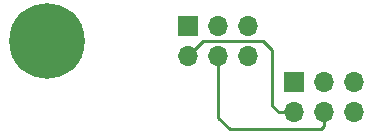
<source format=gbr>
G04 #@! TF.GenerationSoftware,KiCad,Pcbnew,5.0.2-bee76a0~70~ubuntu18.04.1*
G04 #@! TF.CreationDate,2019-02-08T21:36:26-08:00*
G04 #@! TF.ProjectId,sao-bob_ross1,73616f2d-626f-4625-9f72-6f7373312e6b,rev?*
G04 #@! TF.SameCoordinates,Original*
G04 #@! TF.FileFunction,Copper,L2,Bot*
G04 #@! TF.FilePolarity,Positive*
%FSLAX46Y46*%
G04 Gerber Fmt 4.6, Leading zero omitted, Abs format (unit mm)*
G04 Created by KiCad (PCBNEW 5.0.2-bee76a0~70~ubuntu18.04.1) date Fri 08 Feb 2019 09:36:26 PM PST*
%MOMM*%
%LPD*%
G01*
G04 APERTURE LIST*
G04 #@! TA.AperFunction,ComponentPad*
%ADD10R,1.700000X1.700000*%
G04 #@! TD*
G04 #@! TA.AperFunction,ComponentPad*
%ADD11O,1.700000X1.700000*%
G04 #@! TD*
G04 #@! TA.AperFunction,ComponentPad*
%ADD12C,6.400000*%
G04 #@! TD*
G04 #@! TA.AperFunction,Conductor*
%ADD13C,0.250000*%
G04 #@! TD*
G04 APERTURE END LIST*
D10*
G04 #@! TO.P,J1,1*
G04 #@! TO.N,Net-(J1-Pad1)*
X95000000Y-106000000D03*
D11*
G04 #@! TO.P,J1,2*
G04 #@! TO.N,GND*
X95000000Y-108540000D03*
G04 #@! TO.P,J1,3*
G04 #@! TO.N,Net-(J1-Pad3)*
X97540000Y-106000000D03*
G04 #@! TO.P,J1,4*
G04 #@! TO.N,Net-(J1-Pad4)*
X97540000Y-108540000D03*
G04 #@! TO.P,J1,5*
G04 #@! TO.N,Net-(J1-Pad5)*
X100080000Y-106000000D03*
G04 #@! TO.P,J1,6*
G04 #@! TO.N,Net-(J1-Pad6)*
X100080000Y-108540000D03*
G04 #@! TD*
G04 #@! TO.P,J2,6*
G04 #@! TO.N,Net-(J1-Pad6)*
X91180000Y-103740000D03*
G04 #@! TO.P,J2,5*
G04 #@! TO.N,Net-(J1-Pad5)*
X91180000Y-101200000D03*
G04 #@! TO.P,J2,4*
G04 #@! TO.N,Net-(J1-Pad4)*
X88640000Y-103740000D03*
G04 #@! TO.P,J2,3*
G04 #@! TO.N,Net-(J1-Pad3)*
X88640000Y-101200000D03*
G04 #@! TO.P,J2,2*
G04 #@! TO.N,GND*
X86100000Y-103740000D03*
D10*
G04 #@! TO.P,J2,1*
G04 #@! TO.N,Net-(J1-Pad1)*
X86100000Y-101200000D03*
G04 #@! TD*
D12*
G04 #@! TO.P,REF\002A\002A,1*
G04 #@! TO.N,N/C*
X74100000Y-102500000D03*
G04 #@! TD*
D13*
G04 #@! TO.N,Net-(J1-Pad4)*
X97540000Y-109742081D02*
X97300000Y-109982081D01*
X97540000Y-108540000D02*
X97540000Y-109742081D01*
X97300000Y-109982081D02*
X89582081Y-109982081D01*
X88640000Y-109040000D02*
X88640000Y-103740000D01*
X89582081Y-109982081D02*
X88640000Y-109040000D01*
G04 #@! TO.N,GND*
X86949999Y-102890001D02*
X86100000Y-103740000D01*
X93740000Y-108540000D02*
X93200000Y-108000000D01*
X87340000Y-102500000D02*
X86949999Y-102890001D01*
X95000000Y-108540000D02*
X93740000Y-108540000D01*
X93200000Y-103300000D02*
X92400000Y-102500000D01*
X93200000Y-108000000D02*
X93200000Y-103300000D01*
X92400000Y-102500000D02*
X87340000Y-102500000D01*
G04 #@! TD*
M02*

</source>
